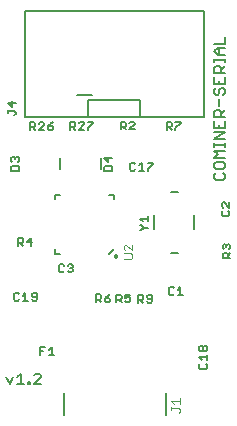
<source format=gbr>
G04 EAGLE Gerber RS-274X export*
G75*
%MOMM*%
%FSLAX34Y34*%
%LPD*%
%INSilkscreen Top*%
%IPPOS*%
%AMOC8*
5,1,8,0,0,1.08239X$1,22.5*%
G01*
%ADD10C,0.076200*%
%ADD11C,0.127000*%
%ADD12C,0.203200*%
%ADD13C,0.152400*%


D10*
X111788Y160432D02*
X117932Y160432D01*
X119160Y161660D01*
X119160Y164118D01*
X117932Y165347D01*
X111788Y165347D01*
X119160Y167916D02*
X119160Y172831D01*
X114246Y172831D02*
X119160Y167916D01*
X114246Y172831D02*
X113017Y172831D01*
X111788Y171602D01*
X111788Y169145D01*
X113017Y167916D01*
D11*
X12635Y60567D02*
X15601Y54635D01*
X18567Y60567D01*
X21990Y60567D02*
X24956Y63533D01*
X24956Y54635D01*
X21990Y54635D02*
X27922Y54635D01*
X31345Y54635D02*
X31345Y56118D01*
X32828Y56118D01*
X32828Y54635D01*
X31345Y54635D01*
X36023Y54635D02*
X41955Y54635D01*
X36023Y54635D02*
X41955Y60567D01*
X41955Y62050D01*
X40472Y63533D01*
X37506Y63533D01*
X36023Y62050D01*
X188467Y232084D02*
X189950Y233567D01*
X188467Y232084D02*
X188467Y229118D01*
X189950Y227635D01*
X195882Y227635D01*
X197365Y229118D01*
X197365Y232084D01*
X195882Y233567D01*
X188467Y238473D02*
X188467Y241439D01*
X188467Y238473D02*
X189950Y236990D01*
X195882Y236990D01*
X197365Y238473D01*
X197365Y241439D01*
X195882Y242922D01*
X189950Y242922D01*
X188467Y241439D01*
X188467Y246345D02*
X197365Y246345D01*
X191433Y249311D02*
X188467Y246345D01*
X191433Y249311D02*
X188467Y252277D01*
X197365Y252277D01*
X197365Y255701D02*
X197365Y258666D01*
X197365Y257183D02*
X188467Y257183D01*
X188467Y255701D02*
X188467Y258666D01*
X188467Y261937D02*
X197365Y261937D01*
X197365Y267869D02*
X188467Y261937D01*
X188467Y267869D02*
X197365Y267869D01*
X188467Y271293D02*
X188467Y277224D01*
X188467Y271293D02*
X197365Y271293D01*
X197365Y277224D01*
X192916Y274258D02*
X192916Y271293D01*
X197365Y280648D02*
X188467Y280648D01*
X188467Y285097D01*
X189950Y286579D01*
X192916Y286579D01*
X194399Y285097D01*
X194399Y280648D01*
X194399Y283614D02*
X197365Y286579D01*
X192916Y290003D02*
X192916Y295935D01*
X188467Y303807D02*
X189950Y305290D01*
X188467Y303807D02*
X188467Y300841D01*
X189950Y299358D01*
X191433Y299358D01*
X192916Y300841D01*
X192916Y303807D01*
X194399Y305290D01*
X195882Y305290D01*
X197365Y303807D01*
X197365Y300841D01*
X195882Y299358D01*
X188467Y308713D02*
X188467Y314645D01*
X188467Y308713D02*
X197365Y308713D01*
X197365Y314645D01*
X192916Y311679D02*
X192916Y308713D01*
X197365Y318068D02*
X188467Y318068D01*
X188467Y322517D01*
X189950Y324000D01*
X192916Y324000D01*
X194399Y322517D01*
X194399Y318068D01*
X194399Y321034D02*
X197365Y324000D01*
X197365Y327424D02*
X197365Y330390D01*
X197365Y328907D02*
X188467Y328907D01*
X188467Y327424D02*
X188467Y330390D01*
X191433Y333660D02*
X197365Y333660D01*
X191433Y333660D02*
X188467Y336626D01*
X191433Y339592D01*
X197365Y339592D01*
X192916Y339592D02*
X192916Y333660D01*
X188467Y343016D02*
X197365Y343016D01*
X197365Y348947D01*
X57819Y165087D02*
X53819Y165087D01*
X53819Y169087D01*
X53819Y211087D02*
X53819Y215087D01*
X57819Y215087D01*
X99819Y215087D02*
X103819Y215087D01*
X103819Y211087D01*
X103819Y169087D02*
X99819Y165087D01*
X104657Y162908D02*
X104659Y162971D01*
X104665Y163033D01*
X104675Y163095D01*
X104688Y163157D01*
X104706Y163217D01*
X104727Y163276D01*
X104752Y163334D01*
X104781Y163390D01*
X104813Y163444D01*
X104848Y163496D01*
X104886Y163545D01*
X104928Y163593D01*
X104972Y163637D01*
X105020Y163679D01*
X105069Y163717D01*
X105121Y163752D01*
X105175Y163784D01*
X105231Y163813D01*
X105289Y163838D01*
X105348Y163859D01*
X105408Y163877D01*
X105470Y163890D01*
X105532Y163900D01*
X105594Y163906D01*
X105657Y163908D01*
X105720Y163906D01*
X105782Y163900D01*
X105844Y163890D01*
X105906Y163877D01*
X105966Y163859D01*
X106025Y163838D01*
X106083Y163813D01*
X106139Y163784D01*
X106193Y163752D01*
X106245Y163717D01*
X106294Y163679D01*
X106342Y163637D01*
X106386Y163593D01*
X106428Y163545D01*
X106466Y163496D01*
X106501Y163444D01*
X106533Y163390D01*
X106562Y163334D01*
X106587Y163276D01*
X106608Y163217D01*
X106626Y163157D01*
X106639Y163095D01*
X106649Y163033D01*
X106655Y162971D01*
X106657Y162908D01*
X106655Y162845D01*
X106649Y162783D01*
X106639Y162721D01*
X106626Y162659D01*
X106608Y162599D01*
X106587Y162540D01*
X106562Y162482D01*
X106533Y162426D01*
X106501Y162372D01*
X106466Y162320D01*
X106428Y162271D01*
X106386Y162223D01*
X106342Y162179D01*
X106294Y162137D01*
X106245Y162099D01*
X106193Y162064D01*
X106139Y162032D01*
X106083Y162003D01*
X106025Y161978D01*
X105966Y161957D01*
X105906Y161939D01*
X105844Y161926D01*
X105782Y161916D01*
X105720Y161910D01*
X105657Y161908D01*
X105594Y161910D01*
X105532Y161916D01*
X105470Y161926D01*
X105408Y161939D01*
X105348Y161957D01*
X105289Y161978D01*
X105231Y162003D01*
X105175Y162032D01*
X105121Y162064D01*
X105069Y162099D01*
X105020Y162137D01*
X104972Y162179D01*
X104928Y162223D01*
X104886Y162271D01*
X104848Y162320D01*
X104813Y162372D01*
X104781Y162426D01*
X104752Y162482D01*
X104727Y162540D01*
X104706Y162599D01*
X104688Y162659D01*
X104675Y162721D01*
X104665Y162783D01*
X104659Y162845D01*
X104657Y162908D01*
D12*
X137619Y185687D02*
X137619Y197687D01*
X151619Y217687D02*
X157619Y217687D01*
X171619Y197687D02*
X171619Y185687D01*
X157619Y165687D02*
X151619Y165687D01*
D13*
X126799Y184964D02*
X125697Y184964D01*
X126799Y184964D02*
X129002Y187168D01*
X126799Y189371D01*
X125697Y189371D01*
X129002Y187168D02*
X132307Y187168D01*
X127901Y192449D02*
X125697Y194652D01*
X132307Y194652D01*
X132307Y192449D02*
X132307Y196855D01*
X195657Y161264D02*
X202267Y161264D01*
X195657Y161264D02*
X195657Y164569D01*
X196759Y165671D01*
X198962Y165671D01*
X200064Y164569D01*
X200064Y161264D01*
X200064Y163468D02*
X202267Y165671D01*
X196759Y168749D02*
X195657Y169850D01*
X195657Y172053D01*
X196759Y173155D01*
X197861Y173155D01*
X198962Y172053D01*
X198962Y170952D01*
X198962Y172053D02*
X200064Y173155D01*
X201165Y173155D01*
X202267Y172053D01*
X202267Y169850D01*
X201165Y168749D01*
X154603Y135747D02*
X153502Y136848D01*
X151298Y136848D01*
X150197Y135747D01*
X150197Y131340D01*
X151298Y130239D01*
X153502Y130239D01*
X154603Y131340D01*
X157681Y134645D02*
X159884Y136848D01*
X159884Y130239D01*
X157681Y130239D02*
X162087Y130239D01*
X194857Y200069D02*
X195959Y201171D01*
X194857Y200069D02*
X194857Y197866D01*
X195959Y196764D01*
X200365Y196764D01*
X201467Y197866D01*
X201467Y200069D01*
X200365Y201171D01*
X201467Y204249D02*
X201467Y208655D01*
X201467Y204249D02*
X197061Y208655D01*
X195959Y208655D01*
X194857Y207553D01*
X194857Y205350D01*
X195959Y204249D01*
X22259Y178467D02*
X22259Y171857D01*
X22259Y178467D02*
X25564Y178467D01*
X26665Y177365D01*
X26665Y175162D01*
X25564Y174061D01*
X22259Y174061D01*
X24462Y174061D02*
X26665Y171857D01*
X33048Y171857D02*
X33048Y178467D01*
X29743Y175162D01*
X34149Y175162D01*
X60202Y156240D02*
X61303Y155139D01*
X60202Y156240D02*
X57998Y156240D01*
X56897Y155139D01*
X56897Y150732D01*
X57998Y149631D01*
X60202Y149631D01*
X61303Y150732D01*
X64381Y155139D02*
X65483Y156240D01*
X67686Y156240D01*
X68787Y155139D01*
X68787Y154037D01*
X67686Y152935D01*
X66584Y152935D01*
X67686Y152935D02*
X68787Y151834D01*
X68787Y150732D01*
X67686Y149631D01*
X65483Y149631D01*
X64381Y150732D01*
D12*
X61119Y46887D02*
X61119Y28887D01*
X147519Y28887D02*
X147519Y46887D01*
D10*
X159764Y31839D02*
X158535Y30610D01*
X159764Y31839D02*
X159764Y33068D01*
X158535Y34296D01*
X152392Y34296D01*
X152392Y33068D02*
X152392Y35525D01*
X154849Y38094D02*
X152392Y40552D01*
X159764Y40552D01*
X159764Y43009D02*
X159764Y38094D01*
D13*
X105697Y123939D02*
X105697Y130548D01*
X109002Y130548D01*
X110103Y129447D01*
X110103Y127243D01*
X109002Y126142D01*
X105697Y126142D01*
X107900Y126142D02*
X110103Y123939D01*
X113181Y130548D02*
X117587Y130548D01*
X113181Y130548D02*
X113181Y127243D01*
X115384Y128345D01*
X116486Y128345D01*
X117587Y127243D01*
X117587Y125040D01*
X116486Y123939D01*
X114283Y123939D01*
X113181Y125040D01*
X88697Y124039D02*
X88697Y130648D01*
X92002Y130648D01*
X93103Y129547D01*
X93103Y127343D01*
X92002Y126242D01*
X88697Y126242D01*
X90900Y126242D02*
X93103Y124039D01*
X98384Y129547D02*
X100587Y130648D01*
X98384Y129547D02*
X96181Y127343D01*
X96181Y125140D01*
X97283Y124039D01*
X99486Y124039D01*
X100587Y125140D01*
X100587Y126242D01*
X99486Y127343D01*
X96181Y127343D01*
X41297Y86050D02*
X41297Y79441D01*
X41297Y86050D02*
X45703Y86050D01*
X43500Y82745D02*
X41297Y82745D01*
X48781Y83847D02*
X50984Y86050D01*
X50984Y79441D01*
X48781Y79441D02*
X53187Y79441D01*
X123897Y123739D02*
X123897Y130348D01*
X127202Y130348D01*
X128303Y129247D01*
X128303Y127043D01*
X127202Y125942D01*
X123897Y125942D01*
X126100Y125942D02*
X128303Y123739D01*
X131381Y124840D02*
X132483Y123739D01*
X134686Y123739D01*
X135787Y124840D01*
X135787Y129247D01*
X134686Y130348D01*
X132483Y130348D01*
X131381Y129247D01*
X131381Y128145D01*
X132483Y127043D01*
X135787Y127043D01*
X121761Y240939D02*
X120660Y242040D01*
X118456Y242040D01*
X117355Y240939D01*
X117355Y236532D01*
X118456Y235431D01*
X120660Y235431D01*
X121761Y236532D01*
X124839Y239837D02*
X127042Y242040D01*
X127042Y235431D01*
X124839Y235431D02*
X129245Y235431D01*
X132323Y242040D02*
X136730Y242040D01*
X136730Y240939D01*
X132323Y236532D01*
X132323Y235431D01*
X176859Y72029D02*
X175757Y70927D01*
X175757Y68724D01*
X176859Y67622D01*
X181265Y67622D01*
X182367Y68724D01*
X182367Y70927D01*
X181265Y72029D01*
X177961Y75107D02*
X175757Y77310D01*
X182367Y77310D01*
X182367Y75107D02*
X182367Y79513D01*
X176859Y82591D02*
X175757Y83692D01*
X175757Y85896D01*
X176859Y86997D01*
X177961Y86997D01*
X179062Y85896D01*
X180164Y86997D01*
X181265Y86997D01*
X182367Y85896D01*
X182367Y83692D01*
X181265Y82591D01*
X180164Y82591D01*
X179062Y83692D01*
X177961Y82591D01*
X176859Y82591D01*
X179062Y83692D02*
X179062Y85896D01*
X23461Y130839D02*
X22360Y131940D01*
X20156Y131940D01*
X19055Y130839D01*
X19055Y126432D01*
X20156Y125331D01*
X22360Y125331D01*
X23461Y126432D01*
X26539Y129737D02*
X28742Y131940D01*
X28742Y125331D01*
X26539Y125331D02*
X30945Y125331D01*
X34023Y126432D02*
X35125Y125331D01*
X37328Y125331D01*
X38430Y126432D01*
X38430Y130839D01*
X37328Y131940D01*
X35125Y131940D01*
X34023Y130839D01*
X34023Y129737D01*
X35125Y128635D01*
X38430Y128635D01*
D12*
X28419Y370587D02*
X179619Y370587D01*
X179619Y280587D02*
X126019Y280587D01*
X82019Y280587D01*
X28419Y280587D01*
X28419Y369587D01*
X179619Y370587D02*
X179619Y280587D01*
X82019Y280587D02*
X82019Y295587D01*
X126019Y295587D01*
X126019Y280587D01*
X84969Y299107D02*
X72269Y299107D01*
D13*
X20517Y283350D02*
X19415Y282249D01*
X20517Y283350D02*
X20517Y284452D01*
X19415Y285553D01*
X13907Y285553D01*
X13907Y284452D02*
X13907Y286655D01*
X13907Y293038D02*
X20517Y293038D01*
X17212Y289733D02*
X13907Y293038D01*
X17212Y294139D02*
X17212Y289733D01*
X109297Y276940D02*
X109297Y270331D01*
X109297Y276940D02*
X112602Y276940D01*
X113703Y275839D01*
X113703Y273635D01*
X112602Y272534D01*
X109297Y272534D01*
X111500Y272534D02*
X113703Y270331D01*
X116781Y270331D02*
X121187Y270331D01*
X116781Y270331D02*
X121187Y274737D01*
X121187Y275839D01*
X120086Y276940D01*
X117883Y276940D01*
X116781Y275839D01*
X148259Y276767D02*
X148259Y270157D01*
X148259Y276767D02*
X151564Y276767D01*
X152665Y275665D01*
X152665Y273462D01*
X151564Y272361D01*
X148259Y272361D01*
X150462Y272361D02*
X152665Y270157D01*
X155743Y276767D02*
X160149Y276767D01*
X160149Y275665D01*
X155743Y271259D01*
X155743Y270157D01*
D12*
X57894Y246349D02*
X57894Y236824D01*
D13*
X23301Y235297D02*
X16692Y235297D01*
X23301Y235297D02*
X23301Y238602D01*
X22200Y239703D01*
X17793Y239703D01*
X16692Y238602D01*
X16692Y235297D01*
X17793Y242781D02*
X16692Y243883D01*
X16692Y246086D01*
X17793Y247187D01*
X18895Y247187D01*
X19997Y246086D01*
X19997Y244984D01*
X19997Y246086D02*
X21098Y247187D01*
X22200Y247187D01*
X23301Y246086D01*
X23301Y243883D01*
X22200Y242781D01*
D12*
X92894Y246349D02*
X92894Y236824D01*
D13*
X95692Y235297D02*
X102301Y235297D01*
X102301Y238602D01*
X101200Y239703D01*
X96793Y239703D01*
X95692Y238602D01*
X95692Y235297D01*
X95692Y246086D02*
X102301Y246086D01*
X98997Y242781D02*
X95692Y246086D01*
X98997Y247187D02*
X98997Y242781D01*
X32555Y269831D02*
X32555Y276440D01*
X35860Y276440D01*
X36961Y275339D01*
X36961Y273135D01*
X35860Y272034D01*
X32555Y272034D01*
X34758Y272034D02*
X36961Y269831D01*
X40039Y269831D02*
X44445Y269831D01*
X40039Y269831D02*
X44445Y274237D01*
X44445Y275339D01*
X43344Y276440D01*
X41141Y276440D01*
X40039Y275339D01*
X49726Y275339D02*
X51930Y276440D01*
X49726Y275339D02*
X47523Y273135D01*
X47523Y270932D01*
X48625Y269831D01*
X50828Y269831D01*
X51930Y270932D01*
X51930Y272034D01*
X50828Y273135D01*
X47523Y273135D01*
X66517Y270157D02*
X66517Y276767D01*
X69822Y276767D01*
X70923Y275665D01*
X70923Y273462D01*
X69822Y272361D01*
X66517Y272361D01*
X68720Y272361D02*
X70923Y270157D01*
X74001Y270157D02*
X78407Y270157D01*
X74001Y270157D02*
X78407Y274564D01*
X78407Y275665D01*
X77306Y276767D01*
X75102Y276767D01*
X74001Y275665D01*
X81485Y276767D02*
X85891Y276767D01*
X85891Y275665D01*
X81485Y271259D01*
X81485Y270157D01*
M02*

</source>
